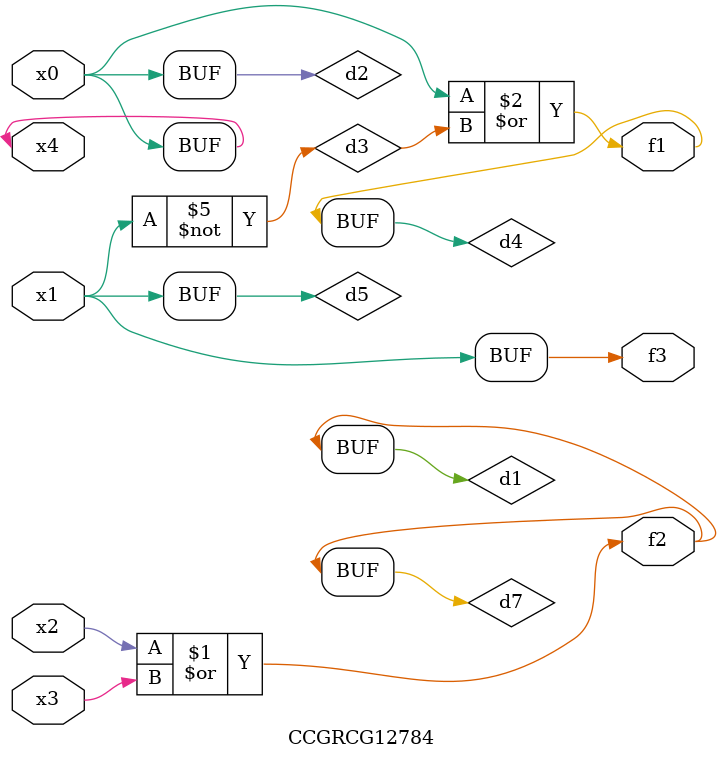
<source format=v>
module CCGRCG12784(
	input x0, x1, x2, x3, x4,
	output f1, f2, f3
);

	wire d1, d2, d3, d4, d5, d6, d7;

	or (d1, x2, x3);
	buf (d2, x0, x4);
	not (d3, x1);
	or (d4, d2, d3);
	not (d5, d3);
	nand (d6, d1, d3);
	or (d7, d1);
	assign f1 = d4;
	assign f2 = d7;
	assign f3 = d5;
endmodule

</source>
